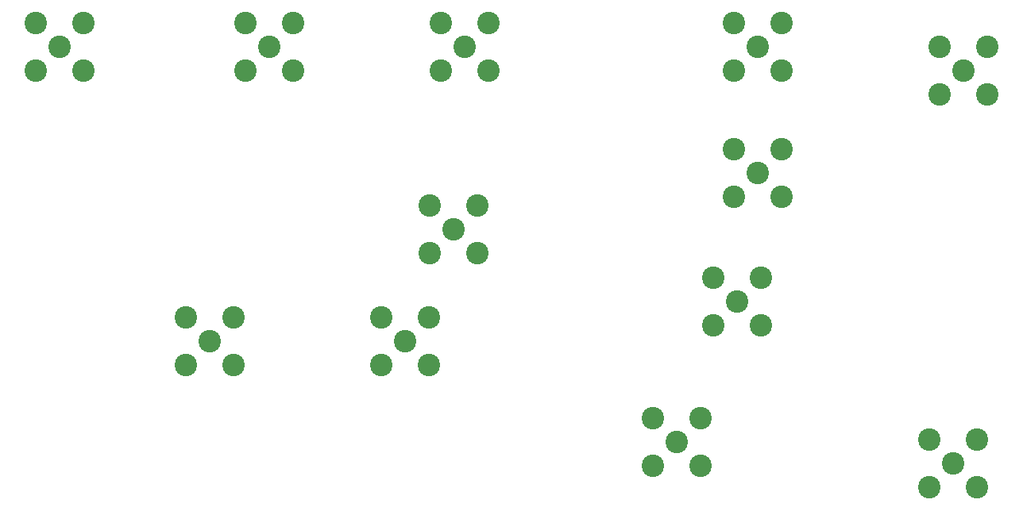
<source format=gbs>
G04 (created by PCBNEW (2013-may-18)-stable) date 2014年03月12日 星期三 16时27分52秒*
%MOIN*%
G04 Gerber Fmt 3.4, Leading zero omitted, Abs format*
%FSLAX34Y34*%
G01*
G70*
G90*
G04 APERTURE LIST*
%ADD10C,0.00590551*%
%ADD11C,0.0944882*%
G04 APERTURE END LIST*
G54D10*
G54D11*
X42700Y-15100D03*
X41700Y-14100D03*
X43700Y-14100D03*
X43700Y-16100D03*
X41700Y-16100D03*
X71150Y-25800D03*
X70150Y-24800D03*
X72150Y-24800D03*
X72150Y-26800D03*
X70150Y-26800D03*
X80200Y-32600D03*
X79200Y-31600D03*
X81200Y-31600D03*
X81200Y-33600D03*
X79200Y-33600D03*
X59700Y-15100D03*
X58700Y-14100D03*
X60700Y-14100D03*
X60700Y-16100D03*
X58700Y-16100D03*
X72000Y-20400D03*
X71000Y-19400D03*
X73000Y-19400D03*
X73000Y-21400D03*
X71000Y-21400D03*
X68600Y-31700D03*
X67600Y-30700D03*
X69600Y-30700D03*
X69600Y-32700D03*
X67600Y-32700D03*
X59250Y-22750D03*
X58250Y-21750D03*
X60250Y-21750D03*
X60250Y-23750D03*
X58250Y-23750D03*
X57200Y-27450D03*
X56200Y-26450D03*
X58200Y-26450D03*
X58200Y-28450D03*
X56200Y-28450D03*
X49000Y-27450D03*
X48000Y-26450D03*
X50000Y-26450D03*
X50000Y-28450D03*
X48000Y-28450D03*
X80650Y-16100D03*
X79650Y-15100D03*
X81650Y-15100D03*
X81650Y-17100D03*
X79650Y-17100D03*
X72000Y-15100D03*
X71000Y-14100D03*
X73000Y-14100D03*
X73000Y-16100D03*
X71000Y-16100D03*
X51500Y-15100D03*
X50500Y-14100D03*
X52500Y-14100D03*
X52500Y-16100D03*
X50500Y-16100D03*
M02*

</source>
